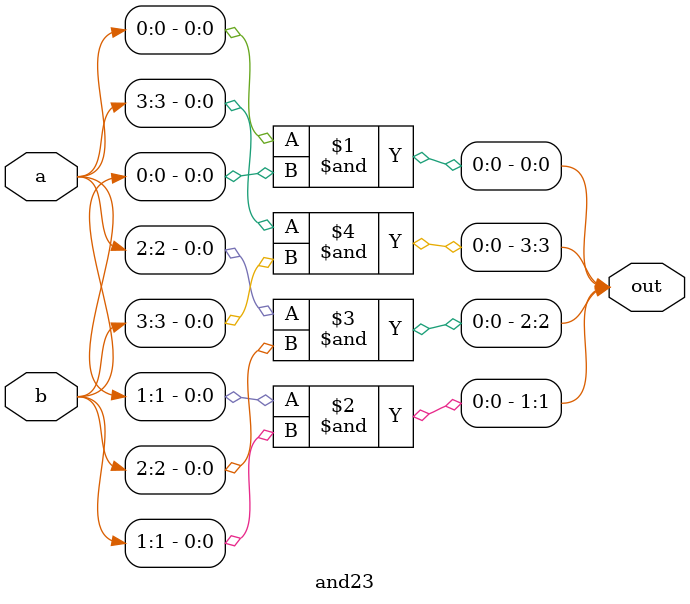
<source format=v>
module and23 (
    input wire [3:0] a,
    input wire [3:0] b,
    output wire [3:0] out
);

assign out = {a[3] & b[3], a[2] & b[2], a[1] & b[1], a[0] & b[0]};

endmodule

</source>
